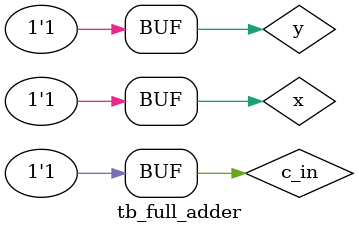
<source format=v>
`timescale 1ns / 1ps


module tb_full_adder;
    reg x, y, c_in;
    wire c_out, s;
    
    full_adder tb(
        .x(x),
        .y(y),
        .c_in(c_in),
        .c_out(c_out),
        .s(s)
    );
    
    initial begin
        {x, y, c_in} = 3'b000;
        
        #10 {x, y, c_in} = 3'b001;
        #10 {x, y, c_in} = 3'b010;
        #10 {x, y, c_in} = 3'b011;
        #10 {x, y, c_in} = 3'b100;
        #10 {x, y, c_in} = 3'b101;
        #10 {x, y, c_in} = 3'b110;
        #10 {x, y, c_in} = 3'b111;
    end
    
endmodule

</source>
